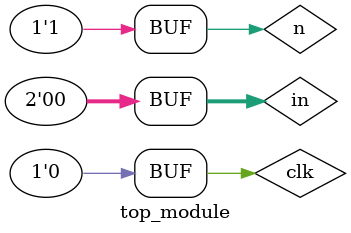
<source format=v>
module top_module ();
    reg [1:0] in=0;
    wire out;
    reg clk=0;
    andgate u_andgate(
                .in(in),
                .out(out)
            );
    reg n=1;
    initial begin
        #5 in=in+1;
        #5 in=in+1;
        #5 in=in+1;
        #5 in=in+1;
    end
endmodule

</source>
